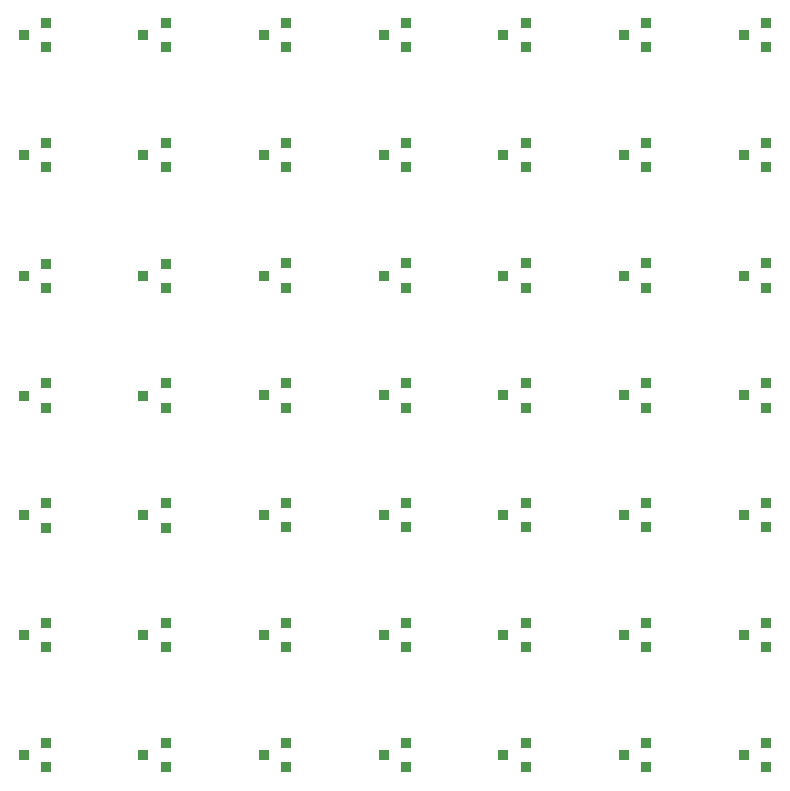
<source format=gtp>
G04 #@! TF.GenerationSoftware,KiCad,Pcbnew,8.0.5-8.0.5-0~ubuntu24.04.1*
G04 #@! TF.CreationDate,2024-10-16T20:18:24-04:00*
G04 #@! TF.ProjectId,array,61727261-792e-46b6-9963-61645f706362,rev?*
G04 #@! TF.SameCoordinates,Original*
G04 #@! TF.FileFunction,Paste,Top*
G04 #@! TF.FilePolarity,Positive*
%FSLAX46Y46*%
G04 Gerber Fmt 4.6, Leading zero omitted, Abs format (unit mm)*
G04 Created by KiCad (PCBNEW 8.0.5-8.0.5-0~ubuntu24.04.1) date 2024-10-16 20:18:24*
%MOMM*%
%LPD*%
G01*
G04 APERTURE LIST*
%ADD10R,0.889000X0.812800*%
G04 APERTURE END LIST*
D10*
X162557499Y-88864999D03*
X162557499Y-86815001D03*
X160667500Y-87840000D03*
X101642499Y-88874999D03*
X101642499Y-86825001D03*
X99752500Y-87850000D03*
X101642499Y-99024999D03*
X101642499Y-96975001D03*
X99752500Y-98000000D03*
X101642499Y-68524999D03*
X101642499Y-66475001D03*
X99752500Y-67500000D03*
X121919999Y-109164999D03*
X121919999Y-107115001D03*
X120030000Y-108140000D03*
X132104999Y-109164999D03*
X132104999Y-107115001D03*
X130215000Y-108140000D03*
X152404999Y-109164999D03*
X152404999Y-107115001D03*
X150515000Y-108140000D03*
X101639999Y-109174999D03*
X101639999Y-107125001D03*
X99750000Y-108150000D03*
X152407499Y-68514999D03*
X152407499Y-66465001D03*
X150517500Y-67490000D03*
X111742499Y-88874999D03*
X111742499Y-86825001D03*
X109852500Y-87850000D03*
X132107499Y-58364999D03*
X132107499Y-56315001D03*
X130217500Y-57340000D03*
X142209999Y-119314999D03*
X142209999Y-117265001D03*
X140320000Y-118290000D03*
X132107499Y-88864999D03*
X132107499Y-86815001D03*
X130217500Y-87840000D03*
X162559999Y-119314999D03*
X162559999Y-117265001D03*
X160670000Y-118290000D03*
X111744999Y-119324999D03*
X111744999Y-117275001D03*
X109855000Y-118300000D03*
X152407499Y-78714999D03*
X152407499Y-76665001D03*
X150517500Y-77690000D03*
X121924999Y-119314999D03*
X121924999Y-117265001D03*
X120035000Y-118290000D03*
X121922499Y-78714999D03*
X121922499Y-76665001D03*
X120032500Y-77690000D03*
X111742499Y-68524999D03*
X111742499Y-66475001D03*
X109852500Y-67500000D03*
X101642499Y-58374999D03*
X101642499Y-56325001D03*
X99752500Y-57350000D03*
X111739999Y-109174999D03*
X111739999Y-107125001D03*
X109850000Y-108150000D03*
X121922499Y-88864999D03*
X121922499Y-86815001D03*
X120032500Y-87840000D03*
X111742499Y-78724999D03*
X111742499Y-76675001D03*
X109852500Y-77700000D03*
X142207499Y-68514999D03*
X142207499Y-66465001D03*
X140317500Y-67490000D03*
X142207499Y-58364999D03*
X142207499Y-56315001D03*
X140317500Y-57340000D03*
X142204999Y-109164999D03*
X142204999Y-107115001D03*
X140315000Y-108140000D03*
X121922499Y-99014999D03*
X121922499Y-96965001D03*
X120032500Y-97990000D03*
X162557499Y-99014999D03*
X162557499Y-96965001D03*
X160667500Y-97990000D03*
X142207499Y-78714999D03*
X142207499Y-76665001D03*
X140317500Y-77690000D03*
X121922499Y-68514999D03*
X121922499Y-66465001D03*
X120032500Y-67490000D03*
X162557499Y-68514999D03*
X162557499Y-66465001D03*
X160667500Y-67490000D03*
X142207499Y-88864999D03*
X142207499Y-86815001D03*
X140317500Y-87840000D03*
X111742499Y-58374999D03*
X111742499Y-56325001D03*
X109852500Y-57350000D03*
X162557499Y-78714999D03*
X162557499Y-76665001D03*
X160667500Y-77690000D03*
X132107499Y-68514999D03*
X132107499Y-66465001D03*
X130217500Y-67490000D03*
X132107499Y-78714999D03*
X132107499Y-76665001D03*
X130217500Y-77690000D03*
X142207499Y-99014999D03*
X142207499Y-96965001D03*
X140317500Y-97990000D03*
X111742499Y-99024999D03*
X111742499Y-96975001D03*
X109852500Y-98000000D03*
X101644999Y-119324999D03*
X101644999Y-117275001D03*
X99755000Y-118300000D03*
X132107499Y-99014999D03*
X132107499Y-96965001D03*
X130217500Y-97990000D03*
X152407499Y-88864999D03*
X152407499Y-86815001D03*
X150517500Y-87840000D03*
X152407499Y-58364999D03*
X152407499Y-56315001D03*
X150517500Y-57340000D03*
X121922499Y-58364999D03*
X121922499Y-56315001D03*
X120032500Y-57340000D03*
X152407499Y-99014999D03*
X152407499Y-96965001D03*
X150517500Y-97990000D03*
X162554999Y-109164999D03*
X162554999Y-107115001D03*
X160665000Y-108140000D03*
X132109999Y-119314999D03*
X132109999Y-117265001D03*
X130220000Y-118290000D03*
X101642499Y-78724999D03*
X101642499Y-76675001D03*
X99752500Y-77700000D03*
X162557499Y-58364999D03*
X162557499Y-56315001D03*
X160667500Y-57340000D03*
X152409999Y-119314999D03*
X152409999Y-117265001D03*
X150520000Y-118290000D03*
M02*

</source>
